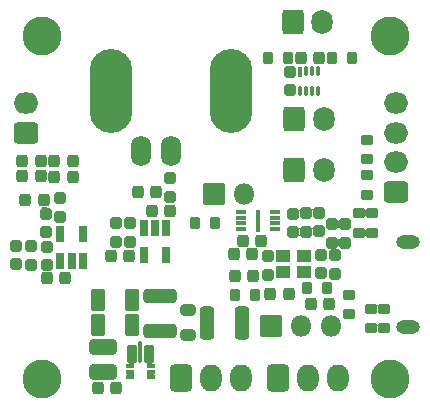
<source format=gbs>
G04 #@! TF.GenerationSoftware,KiCad,Pcbnew,(6.0.7)*
G04 #@! TF.CreationDate,2022-10-27T11:54:23+02:00*
G04 #@! TF.ProjectId,sensorNode,73656e73-6f72-44e6-9f64-652e6b696361,rev?*
G04 #@! TF.SameCoordinates,Original*
G04 #@! TF.FileFunction,Soldermask,Bot*
G04 #@! TF.FilePolarity,Negative*
%FSLAX46Y46*%
G04 Gerber Fmt 4.6, Leading zero omitted, Abs format (unit mm)*
G04 Created by KiCad (PCBNEW (6.0.7)) date 2022-10-27 11:54:23*
%MOMM*%
%LPD*%
G01*
G04 APERTURE LIST*
G04 Aperture macros list*
%AMRoundRect*
0 Rectangle with rounded corners*
0 $1 Rounding radius*
0 $2 $3 $4 $5 $6 $7 $8 $9 X,Y pos of 4 corners*
0 Add a 4 corners polygon primitive as box body*
4,1,4,$2,$3,$4,$5,$6,$7,$8,$9,$2,$3,0*
0 Add four circle primitives for the rounded corners*
1,1,$1+$1,$2,$3*
1,1,$1+$1,$4,$5*
1,1,$1+$1,$6,$7*
1,1,$1+$1,$8,$9*
0 Add four rect primitives between the rounded corners*
20,1,$1+$1,$2,$3,$4,$5,0*
20,1,$1+$1,$4,$5,$6,$7,0*
20,1,$1+$1,$6,$7,$8,$9,0*
20,1,$1+$1,$8,$9,$2,$3,0*%
G04 Aperture macros list end*
%ADD10RoundRect,0.050000X0.850000X-0.850000X0.850000X0.850000X-0.850000X0.850000X-0.850000X-0.850000X0*%
%ADD11O,1.800000X1.800000*%
%ADD12RoundRect,0.300000X-0.600000X-0.750000X0.600000X-0.750000X0.600000X0.750000X-0.600000X0.750000X0*%
%ADD13O,1.800000X2.100000*%
%ADD14C,3.300000*%
%ADD15RoundRect,0.300000X-0.620000X-0.845000X0.620000X-0.845000X0.620000X0.845000X-0.620000X0.845000X0*%
%ADD16O,1.840000X2.290000*%
%ADD17RoundRect,0.300000X0.750000X-0.600000X0.750000X0.600000X-0.750000X0.600000X-0.750000X-0.600000X0*%
%ADD18O,2.100000X1.800000*%
%ADD19O,1.700000X2.600000*%
%ADD20O,3.600000X7.100000*%
%ADD21O,2.000000X1.150000*%
%ADD22RoundRect,0.300000X0.725000X-0.600000X0.725000X0.600000X-0.725000X0.600000X-0.725000X-0.600000X0*%
%ADD23O,2.050000X1.800000*%
%ADD24RoundRect,0.268750X-0.256250X0.218750X-0.256250X-0.218750X0.256250X-0.218750X0.256250X0.218750X0*%
%ADD25RoundRect,0.250000X0.200000X0.275000X-0.200000X0.275000X-0.200000X-0.275000X0.200000X-0.275000X0*%
%ADD26RoundRect,0.268750X0.218750X0.256250X-0.218750X0.256250X-0.218750X-0.256250X0.218750X-0.256250X0*%
%ADD27RoundRect,0.275000X-0.250000X0.225000X-0.250000X-0.225000X0.250000X-0.225000X0.250000X0.225000X0*%
%ADD28RoundRect,0.275000X0.225000X0.250000X-0.225000X0.250000X-0.225000X-0.250000X0.225000X-0.250000X0*%
%ADD29RoundRect,0.050000X-0.575000X-0.500000X0.575000X-0.500000X0.575000X0.500000X-0.575000X0.500000X0*%
%ADD30RoundRect,0.250000X0.275000X-0.200000X0.275000X0.200000X-0.275000X0.200000X-0.275000X-0.200000X0*%
%ADD31RoundRect,0.250000X0.200000X0.525000X-0.200000X0.525000X-0.200000X-0.525000X0.200000X-0.525000X0*%
%ADD32RoundRect,0.125000X0.225000X0.075000X-0.225000X0.075000X-0.225000X-0.075000X0.225000X-0.075000X0*%
%ADD33RoundRect,0.125000X0.075000X0.787500X-0.075000X0.787500X-0.075000X-0.787500X0.075000X-0.787500X0*%
%ADD34RoundRect,0.250000X-0.200000X-0.275000X0.200000X-0.275000X0.200000X0.275000X-0.200000X0.275000X0*%
%ADD35RoundRect,0.300000X-1.100000X0.325000X-1.100000X-0.325000X1.100000X-0.325000X1.100000X0.325000X0*%
%ADD36RoundRect,0.275000X0.250000X-0.225000X0.250000X0.225000X-0.250000X0.225000X-0.250000X-0.225000X0*%
%ADD37RoundRect,0.268750X-0.381250X0.218750X-0.381250X-0.218750X0.381250X-0.218750X0.381250X0.218750X0*%
%ADD38RoundRect,0.268750X-0.218750X-0.256250X0.218750X-0.256250X0.218750X0.256250X-0.218750X0.256250X0*%
%ADD39RoundRect,0.268750X0.256250X-0.218750X0.256250X0.218750X-0.256250X0.218750X-0.256250X-0.218750X0*%
%ADD40RoundRect,0.300000X0.325000X0.650000X-0.325000X0.650000X-0.325000X-0.650000X0.325000X-0.650000X0*%
%ADD41RoundRect,0.275000X-0.225000X-0.250000X0.225000X-0.250000X0.225000X0.250000X-0.225000X0.250000X0*%
%ADD42RoundRect,0.200000X0.150000X-0.512500X0.150000X0.512500X-0.150000X0.512500X-0.150000X-0.512500X0*%
%ADD43RoundRect,0.300000X0.325000X1.100000X-0.325000X1.100000X-0.325000X-1.100000X0.325000X-1.100000X0*%
%ADD44RoundRect,0.300000X0.850000X-0.375000X0.850000X0.375000X-0.850000X0.375000X-0.850000X-0.375000X0*%
%ADD45RoundRect,0.200000X-0.150000X0.512500X-0.150000X-0.512500X0.150000X-0.512500X0.150000X0.512500X0*%
%ADD46RoundRect,0.050000X-0.375000X-0.150000X0.375000X-0.150000X0.375000X0.150000X-0.375000X0.150000X0*%
%ADD47RoundRect,0.050000X-0.150000X-0.850000X0.150000X-0.850000X0.150000X0.850000X-0.150000X0.850000X0*%
%ADD48RoundRect,0.250000X-0.275000X0.200000X-0.275000X-0.200000X0.275000X-0.200000X0.275000X0.200000X0*%
%ADD49RoundRect,0.112500X-0.062500X0.337500X-0.062500X-0.337500X0.062500X-0.337500X0.062500X0.337500X0*%
%ADD50RoundRect,0.112500X-0.062500X0.287500X-0.062500X-0.287500X0.062500X-0.287500X0.062500X0.287500X0*%
G04 APERTURE END LIST*
D10*
X232360000Y-117500000D03*
D11*
X234900000Y-117500000D03*
X237440000Y-117500000D03*
D12*
X234250000Y-91800000D03*
D13*
X236750000Y-91800000D03*
D14*
X213000000Y-93000000D03*
D12*
X234350000Y-100000000D03*
D13*
X236850000Y-100000000D03*
D10*
X227550000Y-106375000D03*
D11*
X230090000Y-106375000D03*
D15*
X232960000Y-121920000D03*
D16*
X235500000Y-121920000D03*
X238040000Y-121920000D03*
D17*
X211700000Y-101150000D03*
D18*
X211700000Y-98650000D03*
D19*
X223900000Y-102700000D03*
D20*
X228980000Y-97620000D03*
D19*
X221360000Y-102700000D03*
D20*
X218820000Y-97620000D03*
D14*
X242500000Y-122000000D03*
D12*
X234350000Y-104300000D03*
D13*
X236850000Y-104300000D03*
D15*
X224760000Y-121920000D03*
D16*
X227300000Y-121920000D03*
X229840000Y-121920000D03*
D14*
X242500000Y-93000000D03*
D21*
X244000000Y-117575000D03*
X244000000Y-110425000D03*
D22*
X243000000Y-106150000D03*
D23*
X243000000Y-103650000D03*
X243000000Y-101150000D03*
X243000000Y-98650000D03*
D14*
X213000000Y-122000000D03*
D24*
X213400000Y-110812500D03*
X213400000Y-112387500D03*
D25*
X239225000Y-94800000D03*
X237575000Y-94800000D03*
D26*
X215612500Y-103600000D03*
X214037500Y-103600000D03*
D24*
X223882024Y-105012500D03*
X223882024Y-106587500D03*
D27*
X238650000Y-108925000D03*
X238650000Y-110475000D03*
D28*
X214975000Y-113500000D03*
X213425000Y-113500000D03*
D29*
X233450000Y-111600000D03*
X235200000Y-111600000D03*
X235200000Y-113000000D03*
X233450000Y-113000000D03*
D30*
X240900000Y-117725000D03*
X240900000Y-116075000D03*
D25*
X231025000Y-114900000D03*
X229375000Y-114900000D03*
D30*
X240950000Y-109625000D03*
X240950000Y-107975000D03*
D27*
X232125000Y-111625000D03*
X232125000Y-113175000D03*
D31*
X222100000Y-119900000D03*
D32*
X222200000Y-120950000D03*
X222200000Y-121400000D03*
X222200000Y-121850000D03*
X220500000Y-121850000D03*
X220500000Y-121400000D03*
X220500000Y-120950000D03*
D31*
X220600000Y-119900000D03*
D33*
X221350000Y-119762500D03*
D34*
X235475000Y-114300000D03*
X237125000Y-114300000D03*
D27*
X237550000Y-108925000D03*
X237550000Y-110475000D03*
D24*
X214525000Y-106687500D03*
X214525000Y-108262500D03*
D27*
X234000000Y-96025000D03*
X234000000Y-97575000D03*
D35*
X223000000Y-115025000D03*
X223000000Y-117975000D03*
D30*
X242000000Y-117725000D03*
X242000000Y-116075000D03*
D26*
X212912500Y-104800000D03*
X211337500Y-104800000D03*
D36*
X237825000Y-113100000D03*
X237825000Y-111550000D03*
D37*
X225400000Y-116137500D03*
X225400000Y-118262500D03*
D38*
X214037500Y-104900000D03*
X215612500Y-104900000D03*
D26*
X222687500Y-106200000D03*
X221112500Y-106200000D03*
D30*
X240500000Y-103425000D03*
X240500000Y-101775000D03*
D25*
X227625000Y-108800000D03*
X225975000Y-108800000D03*
D28*
X233900000Y-114800000D03*
X232350000Y-114800000D03*
D39*
X220500000Y-110387500D03*
X220500000Y-108812500D03*
D30*
X239850000Y-109625000D03*
X239850000Y-107975000D03*
D40*
X220675000Y-115350000D03*
X217725000Y-115350000D03*
X220675000Y-117450000D03*
X217725000Y-117450000D03*
D39*
X212050000Y-112337500D03*
X212050000Y-110762500D03*
D41*
X235775000Y-115700000D03*
X237325000Y-115700000D03*
D42*
X216475000Y-112000000D03*
X215525000Y-112000000D03*
X214575000Y-112000000D03*
X214575000Y-109725000D03*
X216475000Y-109725000D03*
D28*
X230800000Y-111400000D03*
X229250000Y-111400000D03*
D43*
X229975000Y-117300000D03*
X227025000Y-117300000D03*
D34*
X232175000Y-94800000D03*
X233825000Y-94800000D03*
D27*
X213325000Y-108012500D03*
X213325000Y-109562500D03*
X234225000Y-108025000D03*
X234225000Y-109575000D03*
D41*
X234925000Y-94800000D03*
X236475000Y-94800000D03*
D28*
X231575000Y-110300000D03*
X230025000Y-110300000D03*
D26*
X213187500Y-106900000D03*
X211612500Y-106900000D03*
D28*
X223857024Y-107800000D03*
X222307024Y-107800000D03*
D44*
X218200000Y-121425000D03*
X218200000Y-119275000D03*
D45*
X221632024Y-109262500D03*
X222582024Y-109262500D03*
X223532024Y-109262500D03*
X223532024Y-111537500D03*
X221632024Y-111537500D03*
D36*
X210850000Y-112312500D03*
X210850000Y-110762500D03*
D27*
X235325000Y-108000000D03*
X235325000Y-109550000D03*
D36*
X236625000Y-113075000D03*
X236625000Y-111525000D03*
D27*
X236425000Y-107975000D03*
X236425000Y-109525000D03*
D24*
X219300000Y-108812500D03*
X219300000Y-110387500D03*
D30*
X239000000Y-116525000D03*
X239000000Y-114875000D03*
D26*
X212912500Y-103600000D03*
X211337500Y-103600000D03*
D28*
X230900000Y-113300000D03*
X229350000Y-113300000D03*
D46*
X229850000Y-109350000D03*
X229850000Y-108850000D03*
X229850000Y-108350000D03*
X229850000Y-107850000D03*
X232750000Y-107850000D03*
X232750000Y-108350000D03*
X232750000Y-108850000D03*
X232750000Y-109350000D03*
D47*
X231300000Y-108600000D03*
D28*
X220375000Y-111600000D03*
X218825000Y-111600000D03*
D48*
X240500000Y-104775000D03*
X240500000Y-106425000D03*
D49*
X234850000Y-96000000D03*
D50*
X235350000Y-95950000D03*
X235850000Y-95950000D03*
X236350000Y-95950000D03*
X236350000Y-97650000D03*
X235850000Y-97650000D03*
X235350000Y-97650000D03*
X234850000Y-97650000D03*
D41*
X217725000Y-122750000D03*
X219275000Y-122750000D03*
G36*
X220782269Y-121585384D02*
G01*
X220781936Y-121586626D01*
X220762531Y-121615667D01*
X220769717Y-121651794D01*
X220779598Y-121661675D01*
X220780116Y-121663607D01*
X220778702Y-121665021D01*
X220777073Y-121664752D01*
X220772056Y-121661400D01*
X220724801Y-121652000D01*
X220275199Y-121652000D01*
X220227944Y-121661400D01*
X220220838Y-121666148D01*
X220218842Y-121666279D01*
X220217731Y-121664616D01*
X220218064Y-121663374D01*
X220237469Y-121634333D01*
X220230283Y-121598206D01*
X220220402Y-121588325D01*
X220219884Y-121586393D01*
X220221298Y-121584979D01*
X220222927Y-121585248D01*
X220227944Y-121588600D01*
X220275199Y-121598000D01*
X220724801Y-121598000D01*
X220772056Y-121588600D01*
X220779162Y-121583852D01*
X220781158Y-121583721D01*
X220782269Y-121585384D01*
G37*
G36*
X222482269Y-121585384D02*
G01*
X222481936Y-121586626D01*
X222462531Y-121615667D01*
X222469717Y-121651794D01*
X222479598Y-121661675D01*
X222480116Y-121663607D01*
X222478702Y-121665021D01*
X222477073Y-121664752D01*
X222472056Y-121661400D01*
X222424801Y-121652000D01*
X221975199Y-121652000D01*
X221927944Y-121661400D01*
X221920838Y-121666148D01*
X221918842Y-121666279D01*
X221917731Y-121664616D01*
X221918064Y-121663374D01*
X221937469Y-121634333D01*
X221930283Y-121598206D01*
X221920402Y-121588325D01*
X221919884Y-121586393D01*
X221921298Y-121584979D01*
X221922927Y-121585248D01*
X221927944Y-121588600D01*
X221975199Y-121598000D01*
X222424801Y-121598000D01*
X222472056Y-121588600D01*
X222479162Y-121583852D01*
X222481158Y-121583721D01*
X222482269Y-121585384D01*
G37*
G36*
X220782269Y-121135384D02*
G01*
X220781936Y-121136626D01*
X220762531Y-121165667D01*
X220769717Y-121201794D01*
X220779598Y-121211675D01*
X220780116Y-121213607D01*
X220778702Y-121215021D01*
X220777073Y-121214752D01*
X220772056Y-121211400D01*
X220724801Y-121202000D01*
X220275199Y-121202000D01*
X220227944Y-121211400D01*
X220220838Y-121216148D01*
X220218842Y-121216279D01*
X220217731Y-121214616D01*
X220218064Y-121213374D01*
X220237469Y-121184333D01*
X220230283Y-121148206D01*
X220220402Y-121138325D01*
X220219884Y-121136393D01*
X220221298Y-121134979D01*
X220222927Y-121135248D01*
X220227944Y-121138600D01*
X220275199Y-121148000D01*
X220724801Y-121148000D01*
X220772056Y-121138600D01*
X220779162Y-121133852D01*
X220781158Y-121133721D01*
X220782269Y-121135384D01*
G37*
G36*
X222482269Y-121135384D02*
G01*
X222481936Y-121136626D01*
X222462531Y-121165667D01*
X222469717Y-121201794D01*
X222479598Y-121211675D01*
X222480116Y-121213607D01*
X222478702Y-121215021D01*
X222477073Y-121214752D01*
X222472056Y-121211400D01*
X222424801Y-121202000D01*
X221975199Y-121202000D01*
X221927944Y-121211400D01*
X221920838Y-121216148D01*
X221918842Y-121216279D01*
X221917731Y-121214616D01*
X221918064Y-121213374D01*
X221937469Y-121184333D01*
X221930283Y-121148206D01*
X221920402Y-121138325D01*
X221919884Y-121136393D01*
X221921298Y-121134979D01*
X221922927Y-121135248D01*
X221927944Y-121138600D01*
X221975199Y-121148000D01*
X222424801Y-121148000D01*
X222472056Y-121138600D01*
X222479162Y-121133852D01*
X222481158Y-121133721D01*
X222482269Y-121135384D01*
G37*
G36*
X222384679Y-120657137D02*
G01*
X222385069Y-120659099D01*
X222384625Y-120659834D01*
X222362773Y-120682820D01*
X222363700Y-120719418D01*
X222390406Y-120744807D01*
X222407781Y-120748034D01*
X222409302Y-120749333D01*
X222408936Y-120751300D01*
X222407416Y-120752000D01*
X221975199Y-120752000D01*
X221927944Y-120761400D01*
X221922240Y-120765211D01*
X221920244Y-120765342D01*
X221919133Y-120763679D01*
X221919466Y-120762437D01*
X221938873Y-120733393D01*
X221931730Y-120697485D01*
X221900601Y-120676686D01*
X221900705Y-120676531D01*
X221899699Y-120675718D01*
X221900011Y-120673743D01*
X221901566Y-120673000D01*
X222299801Y-120673000D01*
X222382785Y-120656494D01*
X222384679Y-120657137D01*
G37*
G36*
X220400199Y-120673000D02*
G01*
X220799805Y-120673000D01*
X220801346Y-120672693D01*
X220802673Y-120673143D01*
X220803843Y-120672196D01*
X220873015Y-120658437D01*
X220874909Y-120659080D01*
X220875299Y-120661042D01*
X220874217Y-120662227D01*
X220856972Y-120669887D01*
X220856393Y-120670045D01*
X220804466Y-120676144D01*
X220803332Y-120675656D01*
X220802713Y-120676400D01*
X220770491Y-120694408D01*
X220760523Y-120729635D01*
X220777926Y-120760774D01*
X220777898Y-120762774D01*
X220776152Y-120763750D01*
X220775069Y-120763413D01*
X220772056Y-120761400D01*
X220724801Y-120752000D01*
X220292645Y-120752000D01*
X220290913Y-120751000D01*
X220290913Y-120749000D01*
X220291880Y-120748152D01*
X220326467Y-120733826D01*
X220340477Y-120700002D01*
X220326378Y-120665962D01*
X220318707Y-120660705D01*
X220317844Y-120658901D01*
X220318975Y-120657251D01*
X220320228Y-120657093D01*
X220400199Y-120673000D01*
G37*
G36*
X241409837Y-117440393D02*
G01*
X241432833Y-117462253D01*
X241469460Y-117461325D01*
X241490078Y-117440671D01*
X241492009Y-117440152D01*
X241493424Y-117441565D01*
X241493455Y-117442474D01*
X241477000Y-117525199D01*
X241477000Y-117924801D01*
X241493503Y-118007767D01*
X241492860Y-118009661D01*
X241490898Y-118010051D01*
X241490163Y-118009607D01*
X241467167Y-117987747D01*
X241430540Y-117988675D01*
X241409922Y-118009329D01*
X241407991Y-118009848D01*
X241406576Y-118008435D01*
X241406545Y-118007526D01*
X241423000Y-117924801D01*
X241423000Y-117525199D01*
X241406497Y-117442233D01*
X241407140Y-117440339D01*
X241409102Y-117439949D01*
X241409837Y-117440393D01*
G37*
G36*
X241409837Y-115790393D02*
G01*
X241432833Y-115812253D01*
X241469460Y-115811325D01*
X241490078Y-115790671D01*
X241492009Y-115790152D01*
X241493424Y-115791565D01*
X241493455Y-115792474D01*
X241477000Y-115875199D01*
X241477000Y-116274801D01*
X241493503Y-116357767D01*
X241492860Y-116359661D01*
X241490898Y-116360051D01*
X241490163Y-116359607D01*
X241467167Y-116337747D01*
X241430540Y-116338675D01*
X241409922Y-116359329D01*
X241407991Y-116359848D01*
X241406576Y-116358435D01*
X241406545Y-116357526D01*
X241423000Y-116274801D01*
X241423000Y-115875199D01*
X241406497Y-115792233D01*
X241407140Y-115790339D01*
X241409102Y-115789949D01*
X241409837Y-115790393D01*
G37*
G36*
X237892281Y-110955624D02*
G01*
X237892671Y-110957586D01*
X237892252Y-110958294D01*
X237869026Y-110983641D01*
X237870623Y-111020216D01*
X237897796Y-111045116D01*
X237914323Y-111048030D01*
X237915855Y-111049316D01*
X237915508Y-111051286D01*
X237913976Y-111052000D01*
X237575199Y-111052000D01*
X237484613Y-111070019D01*
X237482719Y-111069376D01*
X237482329Y-111067414D01*
X237482748Y-111066706D01*
X237505974Y-111041359D01*
X237504377Y-111004784D01*
X237477204Y-110979884D01*
X237460677Y-110976970D01*
X237459145Y-110975684D01*
X237459492Y-110973714D01*
X237461024Y-110973000D01*
X237799801Y-110973000D01*
X237890387Y-110954981D01*
X237892281Y-110955624D01*
G37*
G36*
X238058294Y-110157744D02*
G01*
X238083640Y-110180971D01*
X238120266Y-110179371D01*
X238141596Y-110158041D01*
X238143528Y-110157523D01*
X238144942Y-110158937D01*
X238144972Y-110159845D01*
X238127000Y-110250199D01*
X238127000Y-110699801D01*
X238145019Y-110790391D01*
X238144376Y-110792285D01*
X238142414Y-110792675D01*
X238141706Y-110792256D01*
X238116360Y-110769029D01*
X238079734Y-110770629D01*
X238058404Y-110791959D01*
X238056472Y-110792477D01*
X238055058Y-110791063D01*
X238055028Y-110790155D01*
X238073000Y-110699801D01*
X238073000Y-110250199D01*
X238054981Y-110159609D01*
X238055624Y-110157715D01*
X238057586Y-110157325D01*
X238058294Y-110157744D01*
G37*
G36*
X240359837Y-109340393D02*
G01*
X240382833Y-109362253D01*
X240419460Y-109361325D01*
X240440078Y-109340671D01*
X240442009Y-109340152D01*
X240443424Y-109341565D01*
X240443455Y-109342474D01*
X240427000Y-109425199D01*
X240427000Y-109824801D01*
X240443503Y-109907767D01*
X240442860Y-109909661D01*
X240440898Y-109910051D01*
X240440163Y-109909607D01*
X240417167Y-109887747D01*
X240380540Y-109888675D01*
X240359922Y-109909329D01*
X240357991Y-109909848D01*
X240356576Y-109908435D01*
X240356545Y-109907526D01*
X240373000Y-109824801D01*
X240373000Y-109425199D01*
X240356497Y-109342233D01*
X240357140Y-109340339D01*
X240359102Y-109339949D01*
X240359837Y-109340393D01*
G37*
G36*
X234818734Y-109237906D02*
G01*
X234819058Y-109239443D01*
X234802000Y-109325199D01*
X234802000Y-109774801D01*
X234821760Y-109874144D01*
X234821117Y-109876038D01*
X234819155Y-109876428D01*
X234818447Y-109876009D01*
X234797189Y-109856529D01*
X234760563Y-109858128D01*
X234737179Y-109881512D01*
X234734717Y-109886792D01*
X234733078Y-109887939D01*
X234731266Y-109887094D01*
X234730942Y-109885557D01*
X234748000Y-109799801D01*
X234748000Y-109350199D01*
X234728240Y-109250856D01*
X234728883Y-109248962D01*
X234730845Y-109248572D01*
X234731553Y-109248991D01*
X234752811Y-109268471D01*
X234789437Y-109266872D01*
X234812821Y-109243488D01*
X234815283Y-109238208D01*
X234816922Y-109237061D01*
X234818734Y-109237906D01*
G37*
G36*
X235918734Y-109212906D02*
G01*
X235919058Y-109214443D01*
X235902000Y-109300199D01*
X235902000Y-109749801D01*
X235921760Y-109849144D01*
X235921117Y-109851038D01*
X235919155Y-109851428D01*
X235918447Y-109851009D01*
X235897189Y-109831529D01*
X235860563Y-109833128D01*
X235837179Y-109856512D01*
X235834717Y-109861792D01*
X235833078Y-109862939D01*
X235831266Y-109862094D01*
X235830942Y-109860557D01*
X235848000Y-109774801D01*
X235848000Y-109325199D01*
X235828240Y-109225856D01*
X235828883Y-109223962D01*
X235830845Y-109223572D01*
X235831553Y-109223991D01*
X235852811Y-109243471D01*
X235889437Y-109241872D01*
X235912821Y-109218488D01*
X235915283Y-109213208D01*
X235916922Y-109212061D01*
X235918734Y-109212906D01*
G37*
G36*
X238058294Y-108607744D02*
G01*
X238083640Y-108630971D01*
X238120266Y-108629371D01*
X238141596Y-108608041D01*
X238143528Y-108607523D01*
X238144942Y-108608937D01*
X238144972Y-108609845D01*
X238127000Y-108700199D01*
X238127000Y-109149801D01*
X238145019Y-109240391D01*
X238144376Y-109242285D01*
X238142414Y-109242675D01*
X238141706Y-109242256D01*
X238116360Y-109219029D01*
X238079734Y-109220629D01*
X238058404Y-109241959D01*
X238056472Y-109242477D01*
X238055058Y-109241063D01*
X238055028Y-109240155D01*
X238073000Y-109149801D01*
X238073000Y-108700199D01*
X238054981Y-108609609D01*
X238055624Y-108607715D01*
X238057586Y-108607325D01*
X238058294Y-108607744D01*
G37*
G36*
X234818734Y-107687906D02*
G01*
X234819058Y-107689443D01*
X234802000Y-107775199D01*
X234802000Y-108224801D01*
X234821760Y-108324144D01*
X234821117Y-108326038D01*
X234819155Y-108326428D01*
X234818447Y-108326009D01*
X234797189Y-108306529D01*
X234760563Y-108308128D01*
X234737179Y-108331512D01*
X234734717Y-108336792D01*
X234733078Y-108337939D01*
X234731266Y-108337094D01*
X234730942Y-108335557D01*
X234748000Y-108249801D01*
X234748000Y-107800199D01*
X234728240Y-107700856D01*
X234728883Y-107698962D01*
X234730845Y-107698572D01*
X234731553Y-107698991D01*
X234752811Y-107718471D01*
X234789437Y-107716872D01*
X234812821Y-107693488D01*
X234815283Y-107688208D01*
X234816922Y-107687061D01*
X234818734Y-107687906D01*
G37*
G36*
X235918734Y-107662906D02*
G01*
X235919058Y-107664443D01*
X235902000Y-107750199D01*
X235902000Y-108199801D01*
X235921760Y-108299144D01*
X235921117Y-108301038D01*
X235919155Y-108301428D01*
X235918447Y-108301009D01*
X235897189Y-108281529D01*
X235860563Y-108283128D01*
X235837179Y-108306512D01*
X235834717Y-108311792D01*
X235833078Y-108312939D01*
X235831266Y-108312094D01*
X235830942Y-108310557D01*
X235848000Y-108224801D01*
X235848000Y-107775199D01*
X235828240Y-107675856D01*
X235828883Y-107673962D01*
X235830845Y-107673572D01*
X235831553Y-107673991D01*
X235852811Y-107693471D01*
X235889437Y-107691872D01*
X235912821Y-107668488D01*
X235915283Y-107663208D01*
X235916922Y-107662061D01*
X235918734Y-107662906D01*
G37*
G36*
X240359837Y-107690393D02*
G01*
X240382833Y-107712253D01*
X240419460Y-107711325D01*
X240440078Y-107690671D01*
X240442009Y-107690152D01*
X240443424Y-107691565D01*
X240443455Y-107692474D01*
X240427000Y-107775199D01*
X240427000Y-108174801D01*
X240443503Y-108257767D01*
X240442860Y-108259661D01*
X240440898Y-108260051D01*
X240440163Y-108259607D01*
X240417167Y-108237747D01*
X240380540Y-108238675D01*
X240359922Y-108259329D01*
X240357991Y-108259848D01*
X240356576Y-108258435D01*
X240356545Y-108257526D01*
X240373000Y-108174801D01*
X240373000Y-107775199D01*
X240356497Y-107692233D01*
X240357140Y-107690339D01*
X240359102Y-107689949D01*
X240359837Y-107690393D01*
G37*
G36*
X213491670Y-107406989D02*
G01*
X213492060Y-107408951D01*
X213491011Y-107410121D01*
X213472334Y-107418831D01*
X213447308Y-107446141D01*
X213448905Y-107482716D01*
X213476078Y-107507616D01*
X213492605Y-107510530D01*
X213494137Y-107511816D01*
X213493790Y-107513786D01*
X213492258Y-107514500D01*
X213075199Y-107514500D01*
X212989447Y-107531557D01*
X212987553Y-107530914D01*
X212987163Y-107528952D01*
X212988212Y-107527782D01*
X213007754Y-107518669D01*
X213032780Y-107491359D01*
X213031183Y-107454784D01*
X213004010Y-107429884D01*
X212987483Y-107426970D01*
X212985951Y-107425684D01*
X212986298Y-107423714D01*
X212987830Y-107423000D01*
X213406051Y-107423000D01*
X213489776Y-107406346D01*
X213491670Y-107406989D01*
G37*
M02*

</source>
